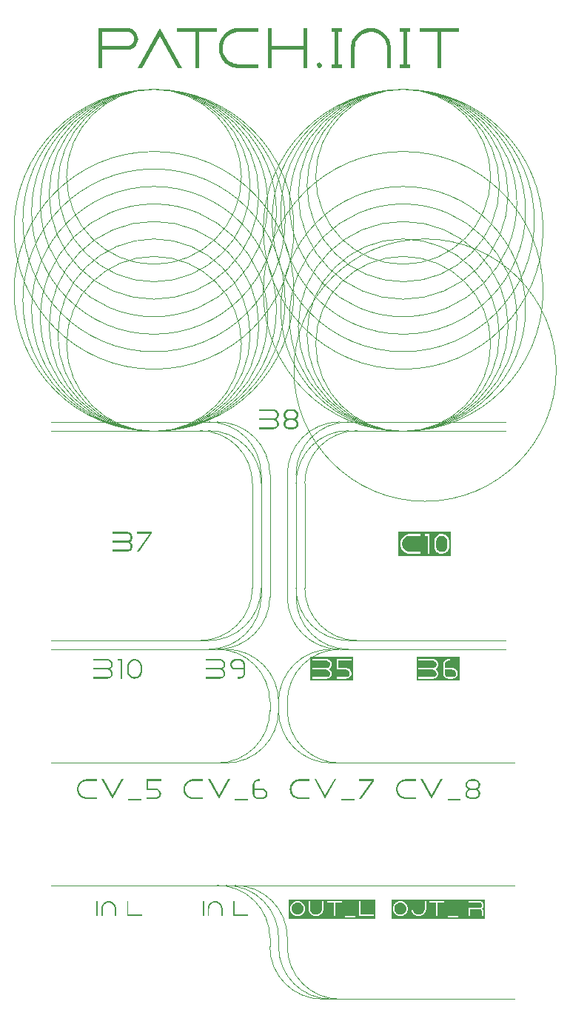
<source format=gbr>
G04 #@! TF.GenerationSoftware,KiCad,Pcbnew,8.0.0*
G04 #@! TF.CreationDate,2024-07-21T13:44:25+02:00*
G04 #@! TF.ProjectId,ES_Daisy_Patch_SM_FB_Rev1_panel,45535f44-6169-4737-995f-50617463685f,rev?*
G04 #@! TF.SameCoordinates,Original*
G04 #@! TF.FileFunction,Legend,Top*
G04 #@! TF.FilePolarity,Positive*
%FSLAX46Y46*%
G04 Gerber Fmt 4.6, Leading zero omitted, Abs format (unit mm)*
G04 Created by KiCad (PCBNEW 8.0.0) date 2024-07-21 13:44:25*
%MOMM*%
%LPD*%
G01*
G04 APERTURE LIST*
%ADD10C,0.120000*%
%ADD11C,0.300000*%
%ADD12C,0.800000*%
%ADD13C,0.400000*%
%ADD14C,0.150000*%
G04 APERTURE END LIST*
D10*
X59150372Y-110818000D02*
G75*
G02*
X53150372Y-116817972I-5999972J0D01*
G01*
X64150372Y-97818000D02*
G75*
G02*
X70150372Y-91817972I6000028J0D01*
G01*
X55150372Y-117818000D02*
G75*
G02*
X61150400Y-123818000I28J-6000000D01*
G01*
X63150372Y-123818000D02*
X63150372Y-124818000D01*
X62150372Y-123818000D02*
G75*
G02*
X68150372Y-117817972I6000028J0D01*
G01*
X55150372Y-144818000D02*
G75*
G02*
X61150400Y-150818000I28J-6000000D01*
G01*
X63150372Y-150818000D02*
X63150372Y-151818000D01*
X88401100Y-65787800D02*
G75*
G02*
X64401100Y-65787800I-12000000J0D01*
G01*
X64401100Y-65787800D02*
G75*
G02*
X88401100Y-65787800I12000000J0D01*
G01*
X55150372Y-91818000D02*
X36150372Y-91818000D01*
X70150372Y-92818000D02*
X88150372Y-92818000D01*
X70150372Y-116818000D02*
X88150372Y-116818000D01*
X63901100Y-69787800D02*
G75*
G02*
X31901100Y-69787800I-16000000J0D01*
G01*
X31901100Y-69787800D02*
G75*
G02*
X63901100Y-69787800I16000000J0D01*
G01*
X64150372Y-97818000D02*
X64150372Y-106818000D01*
X59150372Y-98818000D02*
X59150372Y-106818000D01*
X65150372Y-98818000D02*
G75*
G02*
X71150372Y-92817972I6000028J0D01*
G01*
X60150372Y-111818000D02*
G75*
G02*
X54150372Y-117817972I-5999972J0D01*
G01*
X90401100Y-67787800D02*
G75*
G02*
X62401100Y-67787800I-14000000J0D01*
G01*
X62401100Y-67787800D02*
G75*
G02*
X90401100Y-67787800I14000000J0D01*
G01*
X58901100Y-81897000D02*
G75*
G02*
X36901100Y-81897000I-11000000J0D01*
G01*
X36901100Y-81897000D02*
G75*
G02*
X58901100Y-81897000I11000000J0D01*
G01*
X55150372Y-117818000D02*
X36150372Y-117818000D01*
X54150372Y-92818000D02*
X36150372Y-92818000D01*
X67150372Y-157818000D02*
X89150372Y-157818000D01*
X62150372Y-123818000D02*
X62150372Y-124818000D01*
X91401100Y-68787800D02*
G75*
G02*
X61401100Y-68787800I-15000000J0D01*
G01*
X61401100Y-68787800D02*
G75*
G02*
X91401100Y-68787800I15000000J0D01*
G01*
X56150372Y-144818000D02*
G75*
G02*
X62150400Y-150818000I28J-6000000D01*
G01*
X55150372Y-91818000D02*
G75*
G02*
X61150400Y-97818000I28J-6000000D01*
G01*
X69150372Y-117818000D02*
X88150372Y-117818000D01*
X57150372Y-144818000D02*
G75*
G02*
X63150400Y-150818000I28J-6000000D01*
G01*
X60150372Y-111818000D02*
X60150372Y-102818000D01*
X61150372Y-124818000D02*
G75*
G02*
X55150372Y-130817972I-5999972J0D01*
G01*
X87401100Y-81897000D02*
G75*
G02*
X65401100Y-81897000I-11000000J0D01*
G01*
X65401100Y-81897000D02*
G75*
G02*
X87401100Y-81897000I11000000J0D01*
G01*
X61150372Y-111818000D02*
X61150372Y-102818000D01*
X92401100Y-69787800D02*
G75*
G02*
X60401100Y-69787800I-16000000J0D01*
G01*
X60401100Y-69787800D02*
G75*
G02*
X92401100Y-69787800I16000000J0D01*
G01*
X61901100Y-67787800D02*
G75*
G02*
X33901100Y-67787800I-14000000J0D01*
G01*
X33901100Y-67787800D02*
G75*
G02*
X61901100Y-67787800I14000000J0D01*
G01*
X61901100Y-78897000D02*
G75*
G02*
X33901100Y-78897000I-14000000J0D01*
G01*
X33901100Y-78897000D02*
G75*
G02*
X61901100Y-78897000I14000000J0D01*
G01*
X61150372Y-111818000D02*
G75*
G02*
X55150372Y-117817972I-5999972J0D01*
G01*
X54150372Y-91818000D02*
G75*
G02*
X60150400Y-97818000I28J-6000000D01*
G01*
X59901100Y-80897000D02*
G75*
G02*
X35901100Y-80897000I-12000000J0D01*
G01*
X35901100Y-80897000D02*
G75*
G02*
X59901100Y-80897000I12000000J0D01*
G01*
X59901100Y-65787800D02*
G75*
G02*
X35901100Y-65787800I-12000000J0D01*
G01*
X35901100Y-65787800D02*
G75*
G02*
X59901100Y-65787800I12000000J0D01*
G01*
X60901100Y-79897000D02*
G75*
G02*
X34901100Y-79897000I-13000000J0D01*
G01*
X34901100Y-79897000D02*
G75*
G02*
X60901100Y-79897000I13000000J0D01*
G01*
X69150372Y-130818000D02*
G75*
G02*
X63150400Y-124818000I28J6000000D01*
G01*
X65150372Y-110818000D02*
X65150372Y-102818000D01*
X60901100Y-66787800D02*
G75*
G02*
X34901100Y-66787800I-13000000J0D01*
G01*
X34901100Y-66787800D02*
G75*
G02*
X60901100Y-66787800I13000000J0D01*
G01*
X63901100Y-76897000D02*
G75*
G02*
X31901100Y-76897000I-16000000J0D01*
G01*
X31901100Y-76897000D02*
G75*
G02*
X63901100Y-76897000I16000000J0D01*
G01*
X63150372Y-97818000D02*
X63150372Y-106818000D01*
X62901100Y-77897000D02*
G75*
G02*
X32901100Y-77897000I-15000000J0D01*
G01*
X32901100Y-77897000D02*
G75*
G02*
X62901100Y-77897000I15000000J0D01*
G01*
X59150372Y-110818000D02*
X59150372Y-102818000D01*
X69150372Y-117818000D02*
G75*
G02*
X63150400Y-111818000I28J6000000D01*
G01*
X60150372Y-110818000D02*
G75*
G02*
X54150372Y-116817972I-5999972J0D01*
G01*
X56150372Y-130818000D02*
X36150372Y-130818000D01*
X64150372Y-111818000D02*
X64150372Y-102818000D01*
X70150372Y-117818000D02*
G75*
G02*
X64150400Y-111818000I28J6000000D01*
G01*
X68150372Y-157818000D02*
G75*
G02*
X62150400Y-151818000I28J6000000D01*
G01*
X63150372Y-97818000D02*
G75*
G02*
X69150372Y-91817972I6000028J0D01*
G01*
X61150372Y-97818000D02*
X61150372Y-106818000D01*
X54150372Y-116818000D02*
X36150372Y-116818000D01*
X57901100Y-63787800D02*
G75*
G02*
X37901100Y-63787800I-10000000J0D01*
G01*
X37901100Y-63787800D02*
G75*
G02*
X57901100Y-63787800I10000000J0D01*
G01*
X58901100Y-64787800D02*
G75*
G02*
X36901100Y-64787800I-11000000J0D01*
G01*
X36901100Y-64787800D02*
G75*
G02*
X58901100Y-64787800I11000000J0D01*
G01*
X89401100Y-79897000D02*
G75*
G02*
X63401100Y-79897000I-13000000J0D01*
G01*
X63401100Y-79897000D02*
G75*
G02*
X89401100Y-79897000I13000000J0D01*
G01*
X63150372Y-111818000D02*
X63150372Y-102818000D01*
X68150372Y-130818000D02*
X89150372Y-130818000D01*
X71150372Y-116818000D02*
G75*
G02*
X65150400Y-110818000I28J6000000D01*
G01*
X57901100Y-82897000D02*
G75*
G02*
X37901100Y-82897000I-10000000J0D01*
G01*
X37901100Y-82897000D02*
G75*
G02*
X57901100Y-82897000I10000000J0D01*
G01*
X62901100Y-68787800D02*
G75*
G02*
X32901100Y-68787800I-15000000J0D01*
G01*
X32901100Y-68787800D02*
G75*
G02*
X62901100Y-68787800I15000000J0D01*
G01*
X60150372Y-97818000D02*
X60150372Y-106818000D01*
X56150372Y-117818000D02*
G75*
G02*
X62150400Y-123818000I28J-6000000D01*
G01*
X93901100Y-85897000D02*
G75*
G02*
X63901100Y-85897000I-15000000J0D01*
G01*
X63901100Y-85897000D02*
G75*
G02*
X93901100Y-85897000I15000000J0D01*
G01*
X65150372Y-98818000D02*
X65150372Y-106818000D01*
X61150372Y-123818000D02*
X61150372Y-124818000D01*
X68150372Y-130818000D02*
G75*
G02*
X62150400Y-124818000I28J6000000D01*
G01*
X87401100Y-64787800D02*
G75*
G02*
X65401100Y-64787800I-11000000J0D01*
G01*
X65401100Y-64787800D02*
G75*
G02*
X87401100Y-64787800I11000000J0D01*
G01*
X61150372Y-150818000D02*
X61150372Y-151818000D01*
X64150372Y-98818000D02*
G75*
G02*
X70150372Y-92817972I6000028J0D01*
G01*
X70150372Y-116818000D02*
G75*
G02*
X64150400Y-110818000I28J6000000D01*
G01*
X36150372Y-144818000D02*
X89150372Y-144818000D01*
X69150372Y-91818000D02*
X88150372Y-91818000D01*
X86401100Y-63787800D02*
G75*
G02*
X66401100Y-63787800I-10000000J0D01*
G01*
X66401100Y-63787800D02*
G75*
G02*
X86401100Y-63787800I10000000J0D01*
G01*
X90401100Y-78897000D02*
G75*
G02*
X62401100Y-78897000I-14000000J0D01*
G01*
X62401100Y-78897000D02*
G75*
G02*
X90401100Y-78897000I14000000J0D01*
G01*
X67150372Y-157818000D02*
G75*
G02*
X61150400Y-151818000I28J6000000D01*
G01*
X89401100Y-66787800D02*
G75*
G02*
X63401100Y-66787800I-13000000J0D01*
G01*
X63401100Y-66787800D02*
G75*
G02*
X89401100Y-66787800I13000000J0D01*
G01*
X69150372Y-157818000D02*
G75*
G02*
X63150400Y-151818000I28J6000000D01*
G01*
X92401100Y-76897000D02*
G75*
G02*
X60401100Y-76897000I-16000000J0D01*
G01*
X60401100Y-76897000D02*
G75*
G02*
X92401100Y-76897000I16000000J0D01*
G01*
X62150372Y-124818000D02*
G75*
G02*
X56150372Y-130817972I-5999972J0D01*
G01*
X54150372Y-92818000D02*
G75*
G02*
X60150400Y-98818000I28J-6000000D01*
G01*
X63150372Y-123818000D02*
G75*
G02*
X69150372Y-117817972I6000028J0D01*
G01*
X53150372Y-92818000D02*
G75*
G02*
X59150400Y-98818000I28J-6000000D01*
G01*
X62150372Y-150818000D02*
X62150372Y-151818000D01*
X88401100Y-80897000D02*
G75*
G02*
X64401100Y-80897000I-12000000J0D01*
G01*
X64401100Y-80897000D02*
G75*
G02*
X88401100Y-80897000I12000000J0D01*
G01*
X86401100Y-82897000D02*
G75*
G02*
X66401100Y-82897000I-10000000J0D01*
G01*
X66401100Y-82897000D02*
G75*
G02*
X86401100Y-82897000I10000000J0D01*
G01*
D11*
G36*
X64430942Y-146769084D02*
G01*
X64530804Y-146792135D01*
X64624464Y-146829138D01*
X64710771Y-146878937D01*
X64788574Y-146940374D01*
X64856725Y-147012291D01*
X64914071Y-147093531D01*
X64959464Y-147182937D01*
X64991753Y-147279352D01*
X65009789Y-147381617D01*
X65013326Y-147452473D01*
X65005432Y-147558089D01*
X64982517Y-147658609D01*
X64945732Y-147752876D01*
X64896227Y-147839735D01*
X64835151Y-147918031D01*
X64763656Y-147986608D01*
X64682890Y-148044309D01*
X64594004Y-148089981D01*
X64498149Y-148122466D01*
X64396474Y-148140610D01*
X64326026Y-148144168D01*
X64221111Y-148136227D01*
X64121248Y-148113174D01*
X64027588Y-148076165D01*
X63941281Y-148026355D01*
X63863478Y-147964900D01*
X63795328Y-147892955D01*
X63737981Y-147811677D01*
X63692588Y-147722220D01*
X63660299Y-147625740D01*
X63642264Y-147523393D01*
X63638727Y-147452473D01*
X63646621Y-147346950D01*
X63669535Y-147246506D01*
X63706320Y-147152299D01*
X63755825Y-147065487D01*
X63816901Y-146987226D01*
X63888397Y-146918673D01*
X63969162Y-146860987D01*
X64058048Y-146815325D01*
X64153903Y-146782844D01*
X64255578Y-146764701D01*
X64326026Y-146761143D01*
X64430942Y-146769084D01*
G37*
G36*
X73184685Y-148616017D02*
G01*
X63307562Y-148616017D01*
X63307562Y-147452473D01*
X63474229Y-147452473D01*
X63478643Y-147539786D01*
X63491596Y-147624622D01*
X63512652Y-147706543D01*
X63541377Y-147785114D01*
X63577336Y-147859901D01*
X63620095Y-147930468D01*
X63669219Y-147996381D01*
X63724273Y-148057203D01*
X63784822Y-148112499D01*
X63850432Y-148161835D01*
X63920669Y-148204774D01*
X63995096Y-148240883D01*
X64073280Y-148269725D01*
X64154787Y-148290865D01*
X64239180Y-148303868D01*
X64326026Y-148308300D01*
X64412812Y-148303868D01*
X64497160Y-148290865D01*
X64578636Y-148269725D01*
X64656802Y-148240883D01*
X64731221Y-148204774D01*
X64801459Y-148161835D01*
X64867078Y-148112499D01*
X64927642Y-148057203D01*
X64982715Y-147996381D01*
X65031861Y-147930468D01*
X65074642Y-147859901D01*
X65110624Y-147785114D01*
X65139369Y-147706543D01*
X65160442Y-147624622D01*
X65173405Y-147539786D01*
X65177823Y-147452473D01*
X65173405Y-147365223D01*
X65160442Y-147280445D01*
X65139369Y-147198572D01*
X65110624Y-147120043D01*
X65074642Y-147045291D01*
X65031861Y-146974754D01*
X64982715Y-146908866D01*
X64927642Y-146848063D01*
X64867078Y-146792782D01*
X64801459Y-146743458D01*
X64731221Y-146700526D01*
X64656802Y-146664423D01*
X64578636Y-146635584D01*
X64497160Y-146614446D01*
X64412812Y-146601443D01*
X64326026Y-146597012D01*
X64239180Y-146601443D01*
X64154787Y-146614446D01*
X64073280Y-146635584D01*
X63995096Y-146664423D01*
X63920669Y-146700526D01*
X63850432Y-146743458D01*
X63784822Y-146792782D01*
X63724273Y-146848063D01*
X63669219Y-146908866D01*
X63620095Y-146974754D01*
X63577336Y-147045291D01*
X63541377Y-147120043D01*
X63512652Y-147198572D01*
X63491596Y-147280445D01*
X63478643Y-147365223D01*
X63474229Y-147452473D01*
X63307562Y-147452473D01*
X63307562Y-146596646D01*
X65574229Y-146596646D01*
X65574229Y-147452839D01*
X65578643Y-147540088D01*
X65591596Y-147624867D01*
X65612652Y-147706739D01*
X65641377Y-147785269D01*
X65677336Y-147860020D01*
X65720095Y-147930558D01*
X65769219Y-147996446D01*
X65824273Y-148057248D01*
X65884822Y-148112530D01*
X65950432Y-148161854D01*
X66020669Y-148204785D01*
X66095096Y-148240888D01*
X66173280Y-148269727D01*
X66254787Y-148290866D01*
X66339180Y-148303868D01*
X66426026Y-148308300D01*
X66512812Y-148303868D01*
X66597160Y-148290866D01*
X66678636Y-148269727D01*
X66756802Y-148240888D01*
X66831221Y-148204785D01*
X66901459Y-148161854D01*
X66967078Y-148112530D01*
X67027642Y-148057248D01*
X67082715Y-147996446D01*
X67131861Y-147930558D01*
X67174642Y-147860020D01*
X67210624Y-147785269D01*
X67239369Y-147706739D01*
X67260442Y-147624867D01*
X67273405Y-147540088D01*
X67277823Y-147452839D01*
X67277823Y-146597012D01*
X67674229Y-146597012D01*
X67674229Y-146761143D01*
X68443594Y-146761143D01*
X68443594Y-148308300D01*
X68608092Y-148308300D01*
X68608092Y-148284852D01*
X69774229Y-148284852D01*
X69774229Y-148449350D01*
X70919850Y-148449350D01*
X70919118Y-148284852D01*
X69774229Y-148284852D01*
X68608092Y-148284852D01*
X68608092Y-146761143D01*
X69377823Y-146761143D01*
X69377823Y-146597012D01*
X67674229Y-146597012D01*
X67277823Y-146597012D01*
X67277823Y-146596646D01*
X71314425Y-146596646D01*
X71314425Y-148155892D01*
X71314425Y-148188498D01*
X71314425Y-148308300D01*
X72550904Y-148308300D01*
X73018018Y-148308300D01*
X73018018Y-148144168D01*
X72879899Y-148144168D01*
X72550904Y-148144168D01*
X71478922Y-148144168D01*
X71478922Y-146596646D01*
X71314425Y-146596646D01*
X67277823Y-146596646D01*
X67113326Y-146596646D01*
X67113326Y-147452839D01*
X67105432Y-147558362D01*
X67082517Y-147658805D01*
X67045732Y-147753012D01*
X66996227Y-147839825D01*
X66935151Y-147918086D01*
X66863656Y-147986638D01*
X66782890Y-148044324D01*
X66694004Y-148089986D01*
X66598149Y-148122468D01*
X66496474Y-148140610D01*
X66426026Y-148144168D01*
X66321111Y-148136227D01*
X66221248Y-148113177D01*
X66127588Y-148076173D01*
X66041281Y-148026374D01*
X65963478Y-147964938D01*
X65895328Y-147893021D01*
X65837981Y-147811780D01*
X65792588Y-147722374D01*
X65760299Y-147625960D01*
X65742264Y-147523695D01*
X65738727Y-147452839D01*
X65738727Y-146596646D01*
X65574229Y-146596646D01*
X63307562Y-146596646D01*
X63307562Y-146429979D01*
X73184685Y-146429979D01*
X73184685Y-148616017D01*
G37*
D12*
G36*
X45090712Y-46807890D02*
G01*
X45323851Y-46881040D01*
X45535352Y-46996689D01*
X45720028Y-47149707D01*
X45872694Y-47334966D01*
X45988161Y-47547335D01*
X46061245Y-47781686D01*
X46086759Y-48032890D01*
X46061245Y-48283813D01*
X45988161Y-48518032D01*
X45872694Y-48730384D01*
X45720028Y-48915705D01*
X45535352Y-49068832D01*
X45323851Y-49184601D01*
X45090712Y-49257849D01*
X44841121Y-49283413D01*
X41982502Y-49283413D01*
X41982502Y-51345800D01*
X41543842Y-51345800D01*
X41543842Y-47220049D01*
X41982502Y-47220049D01*
X41982502Y-48844753D01*
X44841121Y-48844753D01*
X45003387Y-48808090D01*
X45200352Y-48705597D01*
X45365182Y-48578012D01*
X45508554Y-48419028D01*
X45609762Y-48235151D01*
X45648099Y-48032890D01*
X45622923Y-47828607D01*
X45551451Y-47643927D01*
X45413137Y-47456843D01*
X45227425Y-47317466D01*
X45044040Y-47245428D01*
X44841121Y-47220049D01*
X41982502Y-47220049D01*
X41543842Y-47220049D01*
X41543842Y-46782366D01*
X44841121Y-46782366D01*
X45090712Y-46807890D01*
G37*
G36*
X45998832Y-51345800D02*
G01*
X46528350Y-51345800D01*
X48570220Y-47711466D01*
X50612091Y-51344823D01*
X51142586Y-51345800D01*
X48570220Y-46748172D01*
X45998832Y-51345800D01*
G37*
G36*
X50551518Y-47220049D02*
G01*
X52603158Y-47220049D01*
X52603158Y-51345800D01*
X53041818Y-51345800D01*
X53041818Y-47220049D01*
X55094435Y-47220049D01*
X55094435Y-46782366D01*
X50551518Y-46782366D01*
X50551518Y-47220049D01*
G37*
G36*
X55311323Y-49063594D02*
G01*
X55323094Y-49296431D01*
X55357634Y-49522658D01*
X55413783Y-49741114D01*
X55490383Y-49950639D01*
X55586275Y-50150071D01*
X55700299Y-50338250D01*
X55831295Y-50514016D01*
X55978106Y-50676208D01*
X56139571Y-50823665D01*
X56314531Y-50955227D01*
X56501828Y-51069732D01*
X56700301Y-51166021D01*
X56908793Y-51242933D01*
X57126143Y-51299307D01*
X57351192Y-51333983D01*
X57582781Y-51345800D01*
X59854240Y-51345800D01*
X59854240Y-50908116D01*
X57582781Y-50908116D01*
X57303007Y-50886940D01*
X57036706Y-50825465D01*
X56786947Y-50726774D01*
X56556795Y-50593948D01*
X56349319Y-50430067D01*
X56167586Y-50238215D01*
X56014661Y-50021472D01*
X55893613Y-49782920D01*
X55807508Y-49525641D01*
X55759414Y-49252715D01*
X55749983Y-49063594D01*
X55771033Y-48782200D01*
X55832138Y-48514351D01*
X55930231Y-48263133D01*
X56062246Y-48031632D01*
X56225114Y-47822936D01*
X56415769Y-47640130D01*
X56631145Y-47486300D01*
X56868173Y-47364534D01*
X57123787Y-47277918D01*
X57394919Y-47229537D01*
X57582781Y-47220049D01*
X59854240Y-47220049D01*
X59854240Y-46782366D01*
X57582781Y-46782366D01*
X57351192Y-46794182D01*
X57126143Y-46828856D01*
X56908793Y-46885226D01*
X56700301Y-46962129D01*
X56501828Y-47058403D01*
X56314531Y-47172888D01*
X56139571Y-47304419D01*
X55978106Y-47451836D01*
X55831295Y-47613976D01*
X55700299Y-47789677D01*
X55586275Y-47977777D01*
X55490383Y-48177115D01*
X55413783Y-48386527D01*
X55357634Y-48604853D01*
X55323094Y-48830929D01*
X55311323Y-49063594D01*
G37*
G36*
X65015580Y-48845730D02*
G01*
X61349983Y-48845730D01*
X61349983Y-46781389D01*
X60911323Y-46781389D01*
X60911323Y-51345800D01*
X61349983Y-51345800D01*
X61349983Y-49283413D01*
X65015580Y-49283413D01*
X65015580Y-51345800D01*
X65454240Y-51345800D01*
X65454240Y-46781389D01*
X65015580Y-46781389D01*
X65015580Y-48845730D01*
G37*
G36*
X66511323Y-51034146D02*
G01*
X66584206Y-51230691D01*
X66762275Y-51339300D01*
X66823954Y-51345800D01*
X67009020Y-51282685D01*
X67126457Y-51110670D01*
X67136585Y-51034146D01*
X67073117Y-50848660D01*
X66900543Y-50731582D01*
X66823954Y-50721515D01*
X66638888Y-50784695D01*
X66521451Y-50957231D01*
X66511323Y-51034146D01*
G37*
G36*
X69380688Y-47220049D02*
G01*
X69380688Y-46782366D01*
X68189760Y-46782366D01*
X68189760Y-47220049D01*
X68565894Y-47220049D01*
X68565894Y-50908116D01*
X68189760Y-50908116D01*
X68189760Y-51345800D01*
X69380688Y-51345800D01*
X69380688Y-50908116D01*
X69004554Y-50908116D01*
X69004554Y-47220049D01*
X69380688Y-47220049D01*
G37*
G36*
X72706298Y-46782366D02*
G01*
X72474709Y-46794171D01*
X72249660Y-46828814D01*
X72032310Y-46885136D01*
X71823819Y-46961976D01*
X71625345Y-47058177D01*
X71438048Y-47172578D01*
X71263088Y-47304022D01*
X71101623Y-47451347D01*
X70954813Y-47613396D01*
X70823816Y-47789009D01*
X70709792Y-47977027D01*
X70613901Y-48176291D01*
X70537300Y-48385641D01*
X70481151Y-48603918D01*
X70446611Y-48829963D01*
X70434840Y-49062617D01*
X70434840Y-51345800D01*
X70873500Y-51345800D01*
X70873500Y-49062617D01*
X70894550Y-48781473D01*
X70955655Y-48513827D01*
X71053748Y-48262770D01*
X71185763Y-48031394D01*
X71348631Y-47822789D01*
X71539286Y-47640048D01*
X71754662Y-47486261D01*
X71991690Y-47364519D01*
X72247304Y-47277914D01*
X72518436Y-47229537D01*
X72706298Y-47220049D01*
X72986073Y-47241224D01*
X73252374Y-47302687D01*
X73502133Y-47401348D01*
X73732284Y-47534115D01*
X73939760Y-47697897D01*
X74121494Y-47889603D01*
X74274419Y-48106141D01*
X74395467Y-48344421D01*
X74481571Y-48601351D01*
X74529666Y-48873841D01*
X74539097Y-49062617D01*
X74539097Y-51345800D01*
X74977757Y-51345800D01*
X74977757Y-49062617D01*
X74965975Y-48829963D01*
X74931406Y-48603918D01*
X74875213Y-48385641D01*
X74798559Y-48176291D01*
X74702608Y-47977027D01*
X74588524Y-47789009D01*
X74457469Y-47613396D01*
X74310608Y-47451347D01*
X74149103Y-47304022D01*
X73974119Y-47172578D01*
X73786819Y-47058177D01*
X73588366Y-46961976D01*
X73379924Y-46885136D01*
X73162657Y-46828814D01*
X72937727Y-46794171D01*
X72706298Y-46782366D01*
G37*
G36*
X77223814Y-47220049D02*
G01*
X77223814Y-46782366D01*
X76032886Y-46782366D01*
X76032886Y-47220049D01*
X76409020Y-47220049D01*
X76409020Y-50908116D01*
X76032886Y-50908116D01*
X76032886Y-51345800D01*
X77223814Y-51345800D01*
X77223814Y-50908116D01*
X76847680Y-50908116D01*
X76847680Y-47220049D01*
X77223814Y-47220049D01*
G37*
G36*
X78277966Y-47220049D02*
G01*
X80329606Y-47220049D01*
X80329606Y-51345800D01*
X80768266Y-51345800D01*
X80768266Y-47220049D01*
X82820883Y-47220049D01*
X82820883Y-46782366D01*
X78277966Y-46782366D01*
X78277966Y-47220049D01*
G37*
D13*
G36*
X45163696Y-105506897D02*
G01*
X45245311Y-105442967D01*
X45316049Y-105360426D01*
X45372761Y-105262402D01*
X45412297Y-105152027D01*
X45429851Y-105052871D01*
X45432851Y-104991056D01*
X45420094Y-104865615D01*
X45383552Y-104748561D01*
X45325819Y-104642463D01*
X45249486Y-104549892D01*
X45157148Y-104473419D01*
X45051397Y-104415612D01*
X44934828Y-104379044D01*
X44810032Y-104366283D01*
X43161393Y-104366283D01*
X43161393Y-104585124D01*
X44810032Y-104585124D01*
X44911492Y-104597812D01*
X45003184Y-104633818D01*
X45096040Y-104703460D01*
X45165197Y-104796904D01*
X45200933Y-104889110D01*
X45213521Y-104991056D01*
X45200937Y-105093225D01*
X45165227Y-105185901D01*
X45109455Y-105266391D01*
X45036684Y-105331999D01*
X44949977Y-105380031D01*
X44852398Y-105407794D01*
X44811009Y-105412619D01*
X44709541Y-105399331D01*
X44595540Y-105397465D01*
X44496451Y-105397047D01*
X44387003Y-105396988D01*
X44244889Y-105397000D01*
X44145042Y-105397020D01*
X44042821Y-105397048D01*
X43939687Y-105397082D01*
X43837105Y-105397121D01*
X43736537Y-105397164D01*
X43592665Y-105397232D01*
X43461556Y-105397300D01*
X43348150Y-105397363D01*
X43233015Y-105397431D01*
X43161393Y-105397476D01*
X43161393Y-105616318D01*
X44810521Y-105616318D01*
X44911785Y-105629170D01*
X45003343Y-105665243D01*
X45096101Y-105734898D01*
X45165212Y-105828355D01*
X45200935Y-105920627D01*
X45213521Y-106022738D01*
X45200933Y-106124879D01*
X45165197Y-106217219D01*
X45096040Y-106310761D01*
X45003184Y-106380449D01*
X44911492Y-106416468D01*
X44810032Y-106429158D01*
X43161393Y-106429158D01*
X43161393Y-106648000D01*
X44810032Y-106648000D01*
X44934828Y-106635237D01*
X45051397Y-106598655D01*
X45157148Y-106540812D01*
X45249486Y-106464268D01*
X45325819Y-106371581D01*
X45383552Y-106265309D01*
X45420094Y-106148012D01*
X45432851Y-106022249D01*
X45424640Y-105920315D01*
X45401221Y-105823637D01*
X45355609Y-105717129D01*
X45293872Y-105623965D01*
X45219159Y-105547293D01*
X45163696Y-105506897D01*
G37*
G36*
X45961393Y-104366283D02*
G01*
X45961393Y-104585124D01*
X47396564Y-104585124D01*
X45946738Y-106648000D01*
X46215405Y-106648000D01*
X47672558Y-104574378D01*
X47672558Y-104366283D01*
X45961393Y-104366283D01*
G37*
G36*
X61912968Y-91506897D02*
G01*
X61994583Y-91442967D01*
X62065321Y-91360426D01*
X62122033Y-91262402D01*
X62161569Y-91152027D01*
X62179123Y-91052871D01*
X62182123Y-90991056D01*
X62169366Y-90865615D01*
X62132824Y-90748561D01*
X62075091Y-90642463D01*
X61998758Y-90549892D01*
X61906420Y-90473419D01*
X61800669Y-90415612D01*
X61684100Y-90379044D01*
X61559304Y-90366283D01*
X59910665Y-90366283D01*
X59910665Y-90585124D01*
X61559304Y-90585124D01*
X61660764Y-90597812D01*
X61752456Y-90633818D01*
X61845312Y-90703460D01*
X61914469Y-90796904D01*
X61950205Y-90889110D01*
X61962793Y-90991056D01*
X61950209Y-91093225D01*
X61914499Y-91185901D01*
X61858727Y-91266391D01*
X61785956Y-91331999D01*
X61699249Y-91380031D01*
X61601670Y-91407794D01*
X61560281Y-91412619D01*
X61458813Y-91399331D01*
X61344812Y-91397465D01*
X61245723Y-91397047D01*
X61136275Y-91396988D01*
X60994161Y-91397000D01*
X60894314Y-91397020D01*
X60792093Y-91397048D01*
X60688959Y-91397082D01*
X60586377Y-91397121D01*
X60485809Y-91397164D01*
X60341937Y-91397232D01*
X60210828Y-91397300D01*
X60097422Y-91397363D01*
X59982287Y-91397431D01*
X59910665Y-91397476D01*
X59910665Y-91616318D01*
X61559793Y-91616318D01*
X61661057Y-91629170D01*
X61752615Y-91665243D01*
X61845373Y-91734898D01*
X61914484Y-91828355D01*
X61950207Y-91920627D01*
X61962793Y-92022738D01*
X61950205Y-92124879D01*
X61914469Y-92217219D01*
X61845312Y-92310761D01*
X61752456Y-92380449D01*
X61660764Y-92416468D01*
X61559304Y-92429158D01*
X59910665Y-92429158D01*
X59910665Y-92648000D01*
X61559304Y-92648000D01*
X61684100Y-92635237D01*
X61800669Y-92598655D01*
X61906420Y-92540812D01*
X61998758Y-92464268D01*
X62075091Y-92371581D01*
X62132824Y-92265309D01*
X62169366Y-92148012D01*
X62182123Y-92022249D01*
X62173912Y-91920315D01*
X62150493Y-91823637D01*
X62104881Y-91717129D01*
X62043144Y-91623965D01*
X61968431Y-91547293D01*
X61912968Y-91506897D01*
G37*
G36*
X63924805Y-90379084D02*
G01*
X64041430Y-90415750D01*
X64147258Y-90473676D01*
X64239686Y-90550259D01*
X64316108Y-90642893D01*
X64373920Y-90748973D01*
X64410518Y-90865896D01*
X64423296Y-90991056D01*
X64420272Y-91052758D01*
X64402588Y-91151821D01*
X64362807Y-91262200D01*
X64305825Y-91360297D01*
X64234868Y-91442925D01*
X64153163Y-91506897D01*
X64208605Y-91547313D01*
X64283227Y-91624063D01*
X64344833Y-91717312D01*
X64390313Y-91823853D01*
X64413651Y-91920478D01*
X64421830Y-92022249D01*
X64409092Y-92148012D01*
X64372592Y-92265309D01*
X64314900Y-92371581D01*
X64238587Y-92464268D01*
X64146222Y-92540812D01*
X64040376Y-92598655D01*
X63923620Y-92635237D01*
X63798522Y-92648000D01*
X63333973Y-92648000D01*
X63209156Y-92635198D01*
X63092531Y-92598525D01*
X62986702Y-92540580D01*
X62894274Y-92463963D01*
X62817852Y-92371270D01*
X62760040Y-92265103D01*
X62723443Y-92148059D01*
X62710665Y-92022738D01*
X62930483Y-92022738D01*
X62943071Y-92124879D01*
X62978807Y-92217219D01*
X63047964Y-92310761D01*
X63140820Y-92380449D01*
X63232513Y-92416468D01*
X63333973Y-92429158D01*
X63799988Y-92429158D01*
X63901416Y-92416468D01*
X63993027Y-92380449D01*
X64085752Y-92310761D01*
X64154778Y-92217219D01*
X64190433Y-92124879D01*
X64202989Y-92022738D01*
X64190499Y-91920822D01*
X64155020Y-91828685D01*
X64086302Y-91735325D01*
X63993936Y-91665716D01*
X63902622Y-91629657D01*
X63801453Y-91616806D01*
X63332019Y-91616806D01*
X63231013Y-91629657D01*
X63139752Y-91665716D01*
X63047354Y-91735325D01*
X62978551Y-91828685D01*
X62943003Y-91920822D01*
X62930483Y-92022738D01*
X62710665Y-92022738D01*
X62713676Y-91961059D01*
X62731288Y-91862110D01*
X62770913Y-91751910D01*
X62827682Y-91653926D01*
X62898387Y-91571231D01*
X62979820Y-91506897D01*
X62924518Y-91466220D01*
X62849973Y-91389396D01*
X62788334Y-91296299D01*
X62742769Y-91189960D01*
X62719363Y-91093419D01*
X62711153Y-90991545D01*
X62930483Y-90991545D01*
X62943003Y-91093267D01*
X62978551Y-91185283D01*
X63047354Y-91278591D01*
X63139752Y-91348251D01*
X63231013Y-91384432D01*
X63332019Y-91397476D01*
X63801453Y-91397476D01*
X63902654Y-91384432D01*
X63994049Y-91348251D01*
X64086546Y-91278591D01*
X64155395Y-91185283D01*
X64190955Y-91093267D01*
X64203477Y-90991545D01*
X64190889Y-90889435D01*
X64155153Y-90797176D01*
X64085996Y-90703765D01*
X63993140Y-90634208D01*
X63901448Y-90598270D01*
X63799988Y-90585613D01*
X63333973Y-90585613D01*
X63232513Y-90598269D01*
X63140820Y-90634193D01*
X63047964Y-90703704D01*
X62978807Y-90797018D01*
X62943071Y-90889142D01*
X62930483Y-90991056D01*
X62930483Y-90991545D01*
X62711153Y-90991545D01*
X62723890Y-90865943D01*
X62760383Y-90748767D01*
X62818057Y-90642583D01*
X62894335Y-90549953D01*
X62986642Y-90473444D01*
X63092401Y-90415620D01*
X63209037Y-90379045D01*
X63333973Y-90366283D01*
X63799988Y-90366283D01*
X63924805Y-90379084D01*
G37*
D14*
G36*
X51263543Y-133802228D02*
G01*
X51269322Y-133917425D01*
X51286287Y-134029266D01*
X51313875Y-134137188D01*
X51351524Y-134240629D01*
X51398672Y-134339027D01*
X51454759Y-134431820D01*
X51519222Y-134518444D01*
X51591500Y-134598338D01*
X51671030Y-134670939D01*
X51757252Y-134735685D01*
X51849603Y-134792012D01*
X51947522Y-134839360D01*
X52050447Y-134877165D01*
X52157816Y-134904865D01*
X52269068Y-134921897D01*
X52383641Y-134927700D01*
X53503738Y-134927700D01*
X53503738Y-134740121D01*
X52383641Y-134740121D01*
X52241900Y-134729298D01*
X52106802Y-134697897D01*
X51979941Y-134647519D01*
X51862911Y-134579765D01*
X51757305Y-134496236D01*
X51664718Y-134398534D01*
X51586743Y-134288259D01*
X51524974Y-134167013D01*
X51481006Y-134036396D01*
X51456431Y-133898011D01*
X51451610Y-133802228D01*
X51462369Y-133659678D01*
X51493586Y-133523806D01*
X51543665Y-133396216D01*
X51611013Y-133278511D01*
X51694035Y-133172295D01*
X51791139Y-133079171D01*
X51900730Y-133000744D01*
X52021215Y-132938616D01*
X52150998Y-132894392D01*
X52288487Y-132869674D01*
X52383641Y-132864824D01*
X53503738Y-132864824D01*
X53503738Y-132677246D01*
X52383641Y-132677246D01*
X52269068Y-132683048D01*
X52157816Y-132700080D01*
X52050447Y-132727777D01*
X51947522Y-132765578D01*
X51849603Y-132812918D01*
X51757252Y-132869235D01*
X51671030Y-132933966D01*
X51591500Y-133006546D01*
X51519222Y-133086414D01*
X51454759Y-133173006D01*
X51398672Y-133265759D01*
X51351524Y-133364110D01*
X51313875Y-133467496D01*
X51286287Y-133575353D01*
X51269322Y-133687118D01*
X51263543Y-133802228D01*
G37*
G36*
X55322370Y-134519325D02*
G01*
X54292643Y-132677734D01*
X54063543Y-132676757D01*
X55322370Y-134927700D01*
X56581687Y-132676757D01*
X56352587Y-132676757D01*
X55322370Y-134519325D01*
G37*
G36*
X57139049Y-135115766D02*
G01*
X58635280Y-135115766D01*
X58634303Y-134927700D01*
X57139049Y-134927700D01*
X57139049Y-135115766D01*
G37*
G36*
X60032350Y-132864824D02*
G01*
X59799830Y-132864824D01*
X59757047Y-132867010D01*
X59655891Y-132890499D01*
X59565681Y-132937055D01*
X59489737Y-133003326D01*
X59431380Y-133085955D01*
X59393931Y-133181590D01*
X59380710Y-133286876D01*
X59380710Y-133708439D01*
X60265357Y-133708439D01*
X60387798Y-133720790D01*
X60501807Y-133756227D01*
X60604951Y-133812329D01*
X60694797Y-133886675D01*
X60768912Y-133976844D01*
X60824864Y-134080413D01*
X60860219Y-134194962D01*
X60872545Y-134318069D01*
X60860219Y-134441176D01*
X60824864Y-134555725D01*
X60768912Y-134659295D01*
X60694797Y-134749463D01*
X60604951Y-134823809D01*
X60501807Y-134879912D01*
X60387798Y-134915349D01*
X60265357Y-134927700D01*
X59799342Y-134927700D01*
X59677062Y-134915349D01*
X59563174Y-134879912D01*
X59460117Y-134823809D01*
X59370329Y-134749463D01*
X59296249Y-134659295D01*
X59240316Y-134555725D01*
X59204967Y-134441176D01*
X59192643Y-134318069D01*
X59192643Y-133896506D01*
X59380710Y-133896506D01*
X59380710Y-134318069D01*
X59382873Y-134361127D01*
X59406129Y-134462955D01*
X59452245Y-134553790D01*
X59517923Y-134630279D01*
X59599864Y-134689066D01*
X59694769Y-134726798D01*
X59799342Y-134740121D01*
X60265357Y-134740121D01*
X60308141Y-134737936D01*
X60409297Y-134714447D01*
X60499507Y-134667890D01*
X60575451Y-134601620D01*
X60633808Y-134518990D01*
X60671257Y-134423355D01*
X60684478Y-134318069D01*
X60682309Y-134275017D01*
X60658999Y-134173243D01*
X60612788Y-134082503D01*
X60546998Y-134006127D01*
X60464949Y-133947448D01*
X60369962Y-133909797D01*
X60265357Y-133896506D01*
X59380710Y-133896506D01*
X59192643Y-133896506D01*
X59192643Y-133286876D01*
X59204967Y-133163769D01*
X59240316Y-133049220D01*
X59296249Y-132945651D01*
X59370329Y-132855482D01*
X59460117Y-132781136D01*
X59563174Y-132725034D01*
X59677062Y-132689596D01*
X59799342Y-132677246D01*
X60032350Y-132677246D01*
X60032350Y-132864824D01*
G37*
G36*
X75596843Y-133802228D02*
G01*
X75602622Y-133917425D01*
X75619587Y-134029266D01*
X75647175Y-134137188D01*
X75684824Y-134240629D01*
X75731972Y-134339027D01*
X75788059Y-134431820D01*
X75852522Y-134518444D01*
X75924800Y-134598338D01*
X76004330Y-134670939D01*
X76090552Y-134735685D01*
X76182903Y-134792012D01*
X76280822Y-134839360D01*
X76383747Y-134877165D01*
X76491116Y-134904865D01*
X76602368Y-134921897D01*
X76716941Y-134927700D01*
X77837038Y-134927700D01*
X77837038Y-134740121D01*
X76716941Y-134740121D01*
X76575200Y-134729298D01*
X76440102Y-134697897D01*
X76313241Y-134647519D01*
X76196211Y-134579765D01*
X76090605Y-134496236D01*
X75998018Y-134398534D01*
X75920043Y-134288259D01*
X75858274Y-134167013D01*
X75814306Y-134036396D01*
X75789731Y-133898011D01*
X75784910Y-133802228D01*
X75795669Y-133659678D01*
X75826886Y-133523806D01*
X75876965Y-133396216D01*
X75944313Y-133278511D01*
X76027335Y-133172295D01*
X76124439Y-133079171D01*
X76234030Y-133000744D01*
X76354515Y-132938616D01*
X76484298Y-132894392D01*
X76621787Y-132869674D01*
X76716941Y-132864824D01*
X77837038Y-132864824D01*
X77837038Y-132677246D01*
X76716941Y-132677246D01*
X76602368Y-132683048D01*
X76491116Y-132700080D01*
X76383747Y-132727777D01*
X76280822Y-132765578D01*
X76182903Y-132812918D01*
X76090552Y-132869235D01*
X76004330Y-132933966D01*
X75924800Y-133006546D01*
X75852522Y-133086414D01*
X75788059Y-133173006D01*
X75731972Y-133265759D01*
X75684824Y-133364110D01*
X75647175Y-133467496D01*
X75619587Y-133575353D01*
X75602622Y-133687118D01*
X75596843Y-133802228D01*
G37*
G36*
X79655670Y-134519325D02*
G01*
X78625943Y-132677734D01*
X78396843Y-132676757D01*
X79655670Y-134927700D01*
X80914987Y-132676757D01*
X80685887Y-132676757D01*
X79655670Y-134519325D01*
G37*
G36*
X81472349Y-135115766D02*
G01*
X82968580Y-135115766D01*
X82967603Y-134927700D01*
X81472349Y-134927700D01*
X81472349Y-135115766D01*
G37*
G36*
X84721956Y-132689636D02*
G01*
X84835954Y-132725163D01*
X84939168Y-132781368D01*
X85029135Y-132855787D01*
X85103395Y-132945961D01*
X85159485Y-133049426D01*
X85194944Y-133163722D01*
X85207310Y-133286388D01*
X85204368Y-133346805D01*
X85186931Y-133443718D01*
X85146898Y-133552076D01*
X85088099Y-133649532D01*
X85012736Y-133733708D01*
X84923012Y-133802228D01*
X84969495Y-133834383D01*
X85052068Y-133911018D01*
X85119043Y-134002091D01*
X85168333Y-134105207D01*
X85197853Y-134217971D01*
X85205845Y-134317581D01*
X85193518Y-134440849D01*
X85158156Y-134555519D01*
X85102187Y-134659175D01*
X85028036Y-134749402D01*
X84938132Y-134823784D01*
X84834901Y-134879904D01*
X84720771Y-134915348D01*
X84598169Y-134927700D01*
X84133619Y-134927700D01*
X84011297Y-134915309D01*
X83897299Y-134879774D01*
X83794085Y-134823552D01*
X83704118Y-134749097D01*
X83629858Y-134658865D01*
X83573768Y-134555313D01*
X83538309Y-134440896D01*
X83525943Y-134318069D01*
X83714498Y-134318069D01*
X83716667Y-134361127D01*
X83739977Y-134462955D01*
X83786188Y-134553790D01*
X83851978Y-134630279D01*
X83934027Y-134689066D01*
X84029014Y-134726798D01*
X84133619Y-134740121D01*
X84599634Y-134740121D01*
X84642412Y-134737936D01*
X84743514Y-134714447D01*
X84833629Y-134667890D01*
X84909461Y-134601620D01*
X84967709Y-134518990D01*
X85005077Y-134423355D01*
X85018266Y-134318069D01*
X85016114Y-134275103D01*
X84992972Y-134173494D01*
X84947066Y-134082846D01*
X84881661Y-134006492D01*
X84800022Y-133947763D01*
X84705413Y-133909990D01*
X84601100Y-133896506D01*
X84131665Y-133896506D01*
X84089064Y-133898772D01*
X83988356Y-133922371D01*
X83898563Y-133968926D01*
X83822982Y-134035105D01*
X83764912Y-134117577D01*
X83727651Y-134213009D01*
X83714498Y-134318069D01*
X83525943Y-134318069D01*
X83528872Y-134257675D01*
X83546230Y-134160876D01*
X83586074Y-134052696D01*
X83644582Y-133955354D01*
X83719550Y-133871112D01*
X83808776Y-133802228D01*
X83762530Y-133769860D01*
X83680240Y-133693097D01*
X83613354Y-133602149D01*
X83564037Y-133499239D01*
X83534451Y-133386589D01*
X83526431Y-133286876D01*
X83714498Y-133286876D01*
X83716655Y-133329757D01*
X83739847Y-133431201D01*
X83785827Y-133521756D01*
X83851298Y-133598089D01*
X83932959Y-133656868D01*
X84027515Y-133694762D01*
X84131665Y-133708439D01*
X84601100Y-133708439D01*
X84643786Y-133706088D01*
X84744664Y-133682324D01*
X84834571Y-133635676D01*
X84910221Y-133569475D01*
X84968326Y-133487054D01*
X85005600Y-133391744D01*
X85018755Y-133286876D01*
X85016586Y-133243824D01*
X84993276Y-133142050D01*
X84947065Y-133051310D01*
X84881275Y-132974934D01*
X84799226Y-132916254D01*
X84704239Y-132878604D01*
X84599634Y-132865313D01*
X84133619Y-132865313D01*
X84090835Y-132867493D01*
X83989679Y-132890922D01*
X83899469Y-132937364D01*
X83823525Y-133003474D01*
X83765168Y-133085910D01*
X83727719Y-133181329D01*
X83714498Y-133286388D01*
X83714498Y-133286876D01*
X83526431Y-133286876D01*
X83538757Y-133163769D01*
X83574112Y-133049220D01*
X83630064Y-132945651D01*
X83704179Y-132855482D01*
X83794025Y-132781136D01*
X83897169Y-132725034D01*
X84011178Y-132689596D01*
X84133619Y-132677246D01*
X84599634Y-132677246D01*
X84721956Y-132689636D01*
G37*
G36*
X82138712Y-120159797D02*
G01*
X82233699Y-120197448D01*
X82315748Y-120256127D01*
X82381538Y-120332503D01*
X82427749Y-120423243D01*
X82451060Y-120525017D01*
X82453228Y-120568069D01*
X82440007Y-120673355D01*
X82402558Y-120768990D01*
X82344201Y-120851620D01*
X82268257Y-120917890D01*
X82178047Y-120964447D01*
X82076891Y-120987936D01*
X82034107Y-120990121D01*
X81568092Y-120990121D01*
X81463520Y-120976798D01*
X81368614Y-120939066D01*
X81286673Y-120880279D01*
X81220995Y-120803790D01*
X81174879Y-120712955D01*
X81151623Y-120611127D01*
X81149460Y-120568069D01*
X81149460Y-120146506D01*
X82034107Y-120146506D01*
X82138712Y-120159797D01*
G37*
G36*
X82863517Y-121399922D02*
G01*
X77939171Y-121399922D01*
X77939171Y-118927246D01*
X78161393Y-118927246D01*
X78161393Y-119114824D01*
X79794400Y-119114824D01*
X79899005Y-119128145D01*
X79993992Y-119165864D01*
X80076041Y-119224616D01*
X80141831Y-119301036D01*
X80188042Y-119391757D01*
X80211353Y-119493416D01*
X80213521Y-119536388D01*
X80200302Y-119641643D01*
X80162866Y-119737210D01*
X80104544Y-119819767D01*
X80028669Y-119885994D01*
X79938573Y-119932569D01*
X79837586Y-119956173D01*
X79794889Y-119958439D01*
X79687633Y-119958024D01*
X79576745Y-119957966D01*
X79458993Y-119957952D01*
X79371372Y-119957951D01*
X79229644Y-119957963D01*
X79130436Y-119957983D01*
X79029106Y-119958011D01*
X78927070Y-119958045D01*
X78825745Y-119958084D01*
X78726549Y-119958127D01*
X78584849Y-119958195D01*
X78455912Y-119958263D01*
X78344524Y-119958326D01*
X78231573Y-119958394D01*
X78161393Y-119958439D01*
X78161393Y-120146018D01*
X79794889Y-120146018D01*
X79899298Y-120159503D01*
X79994151Y-120197289D01*
X80076114Y-120256054D01*
X80141857Y-120332477D01*
X80188047Y-120423238D01*
X80211353Y-120525017D01*
X80213521Y-120568069D01*
X80200300Y-120673355D01*
X80162851Y-120768990D01*
X80104494Y-120851620D01*
X80028550Y-120917890D01*
X79938340Y-120964447D01*
X79837184Y-120987936D01*
X79794400Y-120990121D01*
X78161393Y-120990121D01*
X78161393Y-121177700D01*
X79794400Y-121177700D01*
X79916701Y-121165348D01*
X80030644Y-121129904D01*
X80133780Y-121073784D01*
X80223657Y-120999402D01*
X80297827Y-120909175D01*
X80353839Y-120805519D01*
X80389242Y-120690849D01*
X80401539Y-120568069D01*
X80961393Y-120568069D01*
X80973718Y-120691176D01*
X81009066Y-120805725D01*
X81064999Y-120909295D01*
X81139079Y-120999463D01*
X81228867Y-121073809D01*
X81331924Y-121129912D01*
X81445812Y-121165349D01*
X81568092Y-121177700D01*
X82034107Y-121177700D01*
X82156548Y-121165349D01*
X82270557Y-121129912D01*
X82373701Y-121073809D01*
X82463547Y-120999463D01*
X82537663Y-120909295D01*
X82593614Y-120805725D01*
X82628969Y-120691176D01*
X82641295Y-120568069D01*
X82628969Y-120444962D01*
X82593614Y-120330413D01*
X82537663Y-120226844D01*
X82463547Y-120136675D01*
X82373701Y-120062329D01*
X82270557Y-120006227D01*
X82156548Y-119970790D01*
X82034107Y-119958439D01*
X81149460Y-119958439D01*
X81149460Y-119536876D01*
X81162681Y-119431590D01*
X81200130Y-119335955D01*
X81258487Y-119253326D01*
X81334431Y-119187055D01*
X81424641Y-119140499D01*
X81525797Y-119117010D01*
X81568581Y-119114824D01*
X81801100Y-119114824D01*
X81801100Y-118927246D01*
X81568092Y-118927246D01*
X81445812Y-118939596D01*
X81331924Y-118975034D01*
X81228867Y-119031136D01*
X81139079Y-119105482D01*
X81064999Y-119195651D01*
X81009066Y-119299220D01*
X80973718Y-119413769D01*
X80961393Y-119536876D01*
X80961393Y-120146506D01*
X80961393Y-120568069D01*
X80401539Y-120568069D01*
X80401588Y-120567581D01*
X80393566Y-120467808D01*
X80363963Y-120354990D01*
X80314592Y-120251920D01*
X80247598Y-120160934D01*
X80165126Y-120084371D01*
X80118755Y-120052228D01*
X80208163Y-119983750D01*
X80283164Y-119899661D01*
X80341614Y-119802279D01*
X80381369Y-119693924D01*
X80398670Y-119596918D01*
X80401588Y-119536388D01*
X80389242Y-119413442D01*
X80353839Y-119299014D01*
X80297827Y-119195531D01*
X80223657Y-119105421D01*
X80133780Y-119031110D01*
X80030644Y-118975026D01*
X79916701Y-118939595D01*
X79794400Y-118927246D01*
X78161393Y-118927246D01*
X77939171Y-118927246D01*
X77939171Y-118705024D01*
X82863517Y-118705024D01*
X82863517Y-121399922D01*
G37*
G36*
X70696817Y-121399922D02*
G01*
X65772471Y-121399922D01*
X65772471Y-118927246D01*
X65994693Y-118927246D01*
X65994693Y-119114824D01*
X67627700Y-119114824D01*
X67732305Y-119128145D01*
X67827292Y-119165864D01*
X67909341Y-119224616D01*
X67975131Y-119301036D01*
X68021342Y-119391757D01*
X68044653Y-119493416D01*
X68046821Y-119536388D01*
X68033602Y-119641643D01*
X67996166Y-119737210D01*
X67937844Y-119819767D01*
X67861969Y-119885994D01*
X67771873Y-119932569D01*
X67670886Y-119956173D01*
X67628189Y-119958439D01*
X67520933Y-119958024D01*
X67410045Y-119957966D01*
X67292293Y-119957952D01*
X67204672Y-119957951D01*
X67062944Y-119957963D01*
X66963736Y-119957983D01*
X66862406Y-119958011D01*
X66760370Y-119958045D01*
X66659045Y-119958084D01*
X66559849Y-119958127D01*
X66418149Y-119958195D01*
X66289212Y-119958263D01*
X66177824Y-119958326D01*
X66064873Y-119958394D01*
X65994693Y-119958439D01*
X65994693Y-120146018D01*
X67628189Y-120146018D01*
X67732598Y-120159503D01*
X67827451Y-120197289D01*
X67909414Y-120256054D01*
X67975157Y-120332477D01*
X68021347Y-120423238D01*
X68044653Y-120525017D01*
X68046821Y-120568069D01*
X68033600Y-120673355D01*
X67996151Y-120768990D01*
X67937794Y-120851620D01*
X67861850Y-120917890D01*
X67771640Y-120964447D01*
X67670484Y-120987936D01*
X67627700Y-120990121D01*
X65994693Y-120990121D01*
X65994693Y-121177700D01*
X67627700Y-121177700D01*
X67750001Y-121165348D01*
X67863944Y-121129904D01*
X67967080Y-121073784D01*
X68056957Y-120999402D01*
X68131127Y-120909175D01*
X68187139Y-120805519D01*
X68222542Y-120690849D01*
X68234888Y-120567581D01*
X68226866Y-120467808D01*
X68197263Y-120354990D01*
X68147892Y-120251920D01*
X68080898Y-120160934D01*
X67998426Y-120084371D01*
X67952055Y-120052228D01*
X68041463Y-119983750D01*
X68116464Y-119899661D01*
X68174914Y-119802279D01*
X68214669Y-119693924D01*
X68231970Y-119596918D01*
X68234888Y-119536388D01*
X68222542Y-119413442D01*
X68187139Y-119299014D01*
X68131127Y-119195531D01*
X68056957Y-119105421D01*
X67967080Y-119031110D01*
X67863944Y-118975026D01*
X67750001Y-118939595D01*
X67627700Y-118927246D01*
X68794693Y-118927246D01*
X68794693Y-120146506D01*
X69867407Y-120146506D01*
X69972012Y-120159797D01*
X70066999Y-120197448D01*
X70149048Y-120256127D01*
X70214838Y-120332503D01*
X70261049Y-120423243D01*
X70284360Y-120525017D01*
X70286528Y-120568069D01*
X70273307Y-120673355D01*
X70235858Y-120768990D01*
X70177501Y-120851620D01*
X70101557Y-120917890D01*
X70011347Y-120964447D01*
X69910191Y-120987936D01*
X69867407Y-120990121D01*
X68794693Y-120990121D01*
X68794693Y-121177700D01*
X69867407Y-121177700D01*
X69989848Y-121165349D01*
X70103857Y-121129912D01*
X70207001Y-121073809D01*
X70296847Y-120999463D01*
X70370963Y-120909295D01*
X70426914Y-120805725D01*
X70462269Y-120691176D01*
X70474595Y-120568069D01*
X70462269Y-120444962D01*
X70426914Y-120330413D01*
X70370963Y-120226844D01*
X70296847Y-120136675D01*
X70207001Y-120062329D01*
X70103857Y-120006227D01*
X69989848Y-119970790D01*
X69867407Y-119958439D01*
X68982760Y-119958439D01*
X68982760Y-119115313D01*
X70474595Y-119115313D01*
X70474595Y-118927246D01*
X68794693Y-118927246D01*
X67627700Y-118927246D01*
X65994693Y-118927246D01*
X65772471Y-118927246D01*
X65772471Y-118705024D01*
X70696817Y-118705024D01*
X70696817Y-121399922D01*
G37*
D11*
G36*
X76177788Y-146769084D02*
G01*
X76277650Y-146792135D01*
X76371310Y-146829138D01*
X76457617Y-146878937D01*
X76535420Y-146940374D01*
X76603571Y-147012291D01*
X76660917Y-147093531D01*
X76706310Y-147182937D01*
X76738599Y-147279352D01*
X76756635Y-147381617D01*
X76760172Y-147452473D01*
X76752278Y-147558089D01*
X76729363Y-147658609D01*
X76692578Y-147752876D01*
X76643073Y-147839735D01*
X76581997Y-147918031D01*
X76510502Y-147986608D01*
X76429736Y-148044309D01*
X76340850Y-148089981D01*
X76244995Y-148122466D01*
X76143320Y-148140610D01*
X76072872Y-148144168D01*
X75967957Y-148136227D01*
X75868094Y-148113174D01*
X75774434Y-148076165D01*
X75688127Y-148026355D01*
X75610324Y-147964900D01*
X75542174Y-147892955D01*
X75484827Y-147811677D01*
X75439434Y-147722220D01*
X75407145Y-147625740D01*
X75389110Y-147523393D01*
X75385573Y-147452473D01*
X75393467Y-147346950D01*
X75416381Y-147246506D01*
X75453166Y-147152299D01*
X75502671Y-147065487D01*
X75563747Y-146987226D01*
X75635243Y-146918673D01*
X75716008Y-146860987D01*
X75804894Y-146815325D01*
X75900749Y-146782844D01*
X76002424Y-146764701D01*
X76072872Y-146761143D01*
X76177788Y-146769084D01*
G37*
G36*
X85771238Y-148616017D02*
G01*
X75054408Y-148616017D01*
X75054408Y-147452473D01*
X75221075Y-147452473D01*
X75225489Y-147539786D01*
X75238442Y-147624622D01*
X75259498Y-147706543D01*
X75288223Y-147785114D01*
X75324182Y-147859901D01*
X75366941Y-147930468D01*
X75416065Y-147996381D01*
X75471119Y-148057203D01*
X75531668Y-148112499D01*
X75597278Y-148161835D01*
X75667515Y-148204774D01*
X75741942Y-148240883D01*
X75820126Y-148269725D01*
X75901633Y-148290865D01*
X75986026Y-148303868D01*
X76072872Y-148308300D01*
X76159658Y-148303868D01*
X76244006Y-148290865D01*
X76325482Y-148269725D01*
X76403648Y-148240883D01*
X76478067Y-148204774D01*
X76548305Y-148161835D01*
X76613924Y-148112499D01*
X76674488Y-148057203D01*
X76729561Y-147996381D01*
X76778707Y-147930468D01*
X76821488Y-147859901D01*
X76857470Y-147785114D01*
X76886215Y-147706543D01*
X76907288Y-147624622D01*
X76920251Y-147539786D01*
X76924669Y-147452473D01*
X76920251Y-147365223D01*
X76907288Y-147280445D01*
X76886215Y-147198572D01*
X76857470Y-147120043D01*
X76821488Y-147045291D01*
X76778707Y-146974754D01*
X76729561Y-146908866D01*
X76674488Y-146848063D01*
X76613924Y-146792782D01*
X76548305Y-146743458D01*
X76478067Y-146700526D01*
X76403648Y-146664423D01*
X76325482Y-146635584D01*
X76244006Y-146614446D01*
X76159658Y-146601443D01*
X76072872Y-146597012D01*
X75986026Y-146601443D01*
X75901633Y-146614446D01*
X75820126Y-146635584D01*
X75741942Y-146664423D01*
X75667515Y-146700526D01*
X75597278Y-146743458D01*
X75531668Y-146792782D01*
X75471119Y-146848063D01*
X75416065Y-146908866D01*
X75366941Y-146974754D01*
X75324182Y-147045291D01*
X75288223Y-147120043D01*
X75259498Y-147198572D01*
X75238442Y-147280445D01*
X75225489Y-147365223D01*
X75221075Y-147452473D01*
X75054408Y-147452473D01*
X75054408Y-146596646D01*
X77321075Y-146596646D01*
X77321075Y-147452839D01*
X77325489Y-147540088D01*
X77338442Y-147624867D01*
X77359498Y-147706739D01*
X77388223Y-147785269D01*
X77424182Y-147860020D01*
X77466941Y-147930558D01*
X77516065Y-147996446D01*
X77571119Y-148057248D01*
X77631668Y-148112530D01*
X77697278Y-148161854D01*
X77767515Y-148204785D01*
X77841942Y-148240888D01*
X77920126Y-148269727D01*
X78001633Y-148290866D01*
X78086026Y-148303868D01*
X78172872Y-148308300D01*
X78259658Y-148303868D01*
X78344006Y-148290866D01*
X78425482Y-148269727D01*
X78503648Y-148240888D01*
X78578067Y-148204785D01*
X78648305Y-148161854D01*
X78713924Y-148112530D01*
X78774488Y-148057248D01*
X78829561Y-147996446D01*
X78878707Y-147930558D01*
X78921488Y-147860020D01*
X78957470Y-147785269D01*
X78986215Y-147706739D01*
X79007288Y-147624867D01*
X79020251Y-147540088D01*
X79024669Y-147452839D01*
X79024669Y-146597012D01*
X79421075Y-146597012D01*
X79421075Y-146761143D01*
X80190440Y-146761143D01*
X80190440Y-148308300D01*
X80354938Y-148308300D01*
X80354938Y-148284852D01*
X81521075Y-148284852D01*
X81521075Y-148449350D01*
X82666696Y-148449350D01*
X82665964Y-148284852D01*
X81521075Y-148284852D01*
X80354938Y-148284852D01*
X80354938Y-146761143D01*
X81124669Y-146761143D01*
X81124669Y-146597012D01*
X83900978Y-146597012D01*
X83900978Y-146761143D01*
X85137457Y-146761143D01*
X85213552Y-146770660D01*
X85282321Y-146797675D01*
X85351963Y-146849941D01*
X85403831Y-146920097D01*
X85430633Y-146989352D01*
X85440074Y-147065958D01*
X85430634Y-147142395D01*
X85403842Y-147211498D01*
X85352009Y-147281518D01*
X85282440Y-147333724D01*
X85213772Y-147360769D01*
X85137823Y-147370407D01*
X83900978Y-147370407D01*
X83900978Y-148308300D01*
X84065475Y-148308300D01*
X84065475Y-147534905D01*
X85137823Y-147534905D01*
X85213772Y-147544396D01*
X85282440Y-147571340D01*
X85352009Y-147623473D01*
X85403842Y-147693458D01*
X85430634Y-147762551D01*
X85440074Y-147838987D01*
X85440074Y-148308300D01*
X85604571Y-148308300D01*
X85604571Y-147838987D01*
X85598365Y-147762581D01*
X85580679Y-147690175D01*
X85546274Y-147610421D01*
X85499774Y-147540598D01*
X85443601Y-147482980D01*
X85401972Y-147452473D01*
X85463251Y-147404256D01*
X85516469Y-147342316D01*
X85559205Y-147268930D01*
X85589041Y-147186372D01*
X85602303Y-147112208D01*
X85604571Y-147065958D01*
X85595004Y-146971757D01*
X85567597Y-146883875D01*
X85524297Y-146804237D01*
X85467047Y-146734765D01*
X85397794Y-146677383D01*
X85318481Y-146634015D01*
X85231054Y-146606583D01*
X85137457Y-146597012D01*
X83900978Y-146597012D01*
X81124669Y-146597012D01*
X79421075Y-146597012D01*
X79024669Y-146597012D01*
X79024669Y-146596646D01*
X78860172Y-146596646D01*
X78860172Y-147452839D01*
X78852278Y-147558362D01*
X78829363Y-147658805D01*
X78792578Y-147753012D01*
X78743073Y-147839825D01*
X78681997Y-147918086D01*
X78610502Y-147986638D01*
X78529736Y-148044324D01*
X78440850Y-148089986D01*
X78344995Y-148122468D01*
X78243320Y-148140610D01*
X78172872Y-148144168D01*
X78067957Y-148136227D01*
X77968094Y-148113177D01*
X77874434Y-148076173D01*
X77788127Y-148026374D01*
X77710324Y-147964938D01*
X77642174Y-147893021D01*
X77584827Y-147811780D01*
X77539434Y-147722374D01*
X77507145Y-147625960D01*
X77489110Y-147523695D01*
X77485573Y-147452839D01*
X77485573Y-146596646D01*
X77321075Y-146596646D01*
X75054408Y-146596646D01*
X75054408Y-146429979D01*
X85771238Y-146429979D01*
X85771238Y-148616017D01*
G37*
G36*
X53477605Y-148308300D02*
G01*
X53642102Y-148308300D01*
X53641736Y-146596646D01*
X53477605Y-146596646D01*
X53477605Y-148308300D01*
G37*
G36*
X54889573Y-146597012D02*
G01*
X54802727Y-146601439D01*
X54718333Y-146614430D01*
X54636827Y-146635551D01*
X54558643Y-146664366D01*
X54484215Y-146700441D01*
X54413979Y-146743342D01*
X54348369Y-146792633D01*
X54287819Y-146847880D01*
X54232766Y-146908648D01*
X54183642Y-146974503D01*
X54140883Y-147045010D01*
X54104924Y-147119734D01*
X54076198Y-147198240D01*
X54055142Y-147280094D01*
X54042190Y-147364861D01*
X54037776Y-147452106D01*
X54037776Y-148308300D01*
X54202273Y-148308300D01*
X54202273Y-147452106D01*
X54210167Y-147346677D01*
X54233082Y-147246310D01*
X54269866Y-147152163D01*
X54319372Y-147065397D01*
X54380447Y-146987171D01*
X54451943Y-146918643D01*
X54532709Y-146860972D01*
X54621594Y-146815319D01*
X54717450Y-146782842D01*
X54819124Y-146764701D01*
X54889573Y-146761143D01*
X54994488Y-146769084D01*
X55094351Y-146792132D01*
X55188011Y-146829130D01*
X55274317Y-146878918D01*
X55352121Y-146940336D01*
X55420271Y-147012226D01*
X55477618Y-147093428D01*
X55523011Y-147182783D01*
X55555300Y-147279131D01*
X55573335Y-147381315D01*
X55576872Y-147452106D01*
X55576872Y-148308300D01*
X55741370Y-148308300D01*
X55741370Y-147452106D01*
X55736952Y-147364861D01*
X55723988Y-147280094D01*
X55702916Y-147198240D01*
X55674170Y-147119734D01*
X55638189Y-147045010D01*
X55595407Y-146974503D01*
X55546262Y-146908648D01*
X55491189Y-146847880D01*
X55430625Y-146792633D01*
X55365006Y-146743342D01*
X55294768Y-146700441D01*
X55220348Y-146664366D01*
X55142182Y-146635551D01*
X55060707Y-146614430D01*
X54976358Y-146601439D01*
X54889573Y-146597012D01*
G37*
G36*
X58213962Y-148144168D02*
G01*
X57141980Y-148144168D01*
X57141980Y-146596646D01*
X56977483Y-146596646D01*
X56977483Y-148155892D01*
X56977483Y-148188498D01*
X56977483Y-148308300D01*
X58213962Y-148308300D01*
X58681077Y-148308300D01*
X58681077Y-148144168D01*
X58542957Y-148144168D01*
X58213962Y-148144168D01*
G37*
D14*
G36*
X55785455Y-120052228D02*
G01*
X55874863Y-119983750D01*
X55949864Y-119899661D01*
X56008314Y-119802279D01*
X56048069Y-119693924D01*
X56065370Y-119596918D01*
X56068288Y-119536388D01*
X56055942Y-119413442D01*
X56020539Y-119299014D01*
X55964527Y-119195531D01*
X55890357Y-119105421D01*
X55800480Y-119031110D01*
X55697344Y-118975026D01*
X55583401Y-118939595D01*
X55461100Y-118927246D01*
X53828093Y-118927246D01*
X53828093Y-119114824D01*
X55461100Y-119114824D01*
X55565705Y-119128145D01*
X55660692Y-119165864D01*
X55742741Y-119224616D01*
X55808531Y-119301036D01*
X55854742Y-119391757D01*
X55878053Y-119493416D01*
X55880221Y-119536388D01*
X55867002Y-119641643D01*
X55829566Y-119737210D01*
X55771244Y-119819767D01*
X55695369Y-119885994D01*
X55605273Y-119932569D01*
X55504286Y-119956173D01*
X55461589Y-119958439D01*
X55354333Y-119958024D01*
X55243445Y-119957966D01*
X55125693Y-119957952D01*
X55038072Y-119957951D01*
X54896344Y-119957963D01*
X54797136Y-119957983D01*
X54695806Y-119958011D01*
X54593770Y-119958045D01*
X54492445Y-119958084D01*
X54393249Y-119958127D01*
X54251549Y-119958195D01*
X54122612Y-119958263D01*
X54011224Y-119958326D01*
X53898273Y-119958394D01*
X53828093Y-119958439D01*
X53828093Y-120146018D01*
X55461589Y-120146018D01*
X55565998Y-120159503D01*
X55660851Y-120197289D01*
X55742814Y-120256054D01*
X55808557Y-120332477D01*
X55854747Y-120423238D01*
X55878053Y-120525017D01*
X55880221Y-120568069D01*
X55867000Y-120673355D01*
X55829551Y-120768990D01*
X55771194Y-120851620D01*
X55695250Y-120917890D01*
X55605040Y-120964447D01*
X55503884Y-120987936D01*
X55461100Y-120990121D01*
X53828093Y-120990121D01*
X53828093Y-121177700D01*
X55461100Y-121177700D01*
X55583401Y-121165348D01*
X55697344Y-121129904D01*
X55800480Y-121073784D01*
X55890357Y-120999402D01*
X55964527Y-120909175D01*
X56020539Y-120805519D01*
X56055942Y-120690849D01*
X56068288Y-120567581D01*
X56060266Y-120467808D01*
X56030663Y-120354990D01*
X55981292Y-120251920D01*
X55914298Y-120160934D01*
X55831826Y-120084371D01*
X55785455Y-120052228D01*
G37*
G36*
X57823248Y-118939596D02*
G01*
X57937257Y-118975034D01*
X58040401Y-119031136D01*
X58130247Y-119105482D01*
X58204363Y-119195651D01*
X58260314Y-119299220D01*
X58295669Y-119413769D01*
X58307995Y-119536876D01*
X58307995Y-120568069D01*
X58295670Y-120691176D01*
X58260322Y-120805725D01*
X58204388Y-120909295D01*
X58130308Y-120999463D01*
X58040521Y-121073809D01*
X57937463Y-121129912D01*
X57823576Y-121165349D01*
X57701296Y-121177700D01*
X57467800Y-121177700D01*
X57467800Y-120990121D01*
X57700807Y-120990121D01*
X57743591Y-120987936D01*
X57844747Y-120964447D01*
X57934957Y-120917890D01*
X58010901Y-120851620D01*
X58069258Y-120768990D01*
X58106707Y-120673355D01*
X58119928Y-120568069D01*
X58119928Y-120146506D01*
X57234792Y-120146506D01*
X57112512Y-120134136D01*
X56998624Y-120098650D01*
X56895567Y-120042487D01*
X56805779Y-119968087D01*
X56731699Y-119877887D01*
X56675766Y-119774326D01*
X56640418Y-119659843D01*
X56628093Y-119536876D01*
X56628142Y-119536388D01*
X56816160Y-119536388D01*
X56818328Y-119579445D01*
X56841639Y-119681273D01*
X56887850Y-119772109D01*
X56953640Y-119848597D01*
X57035689Y-119907384D01*
X57130676Y-119945116D01*
X57235281Y-119958439D01*
X58119928Y-119958439D01*
X58119928Y-119536876D01*
X58117760Y-119493818D01*
X58094449Y-119391990D01*
X58048238Y-119301155D01*
X57982448Y-119224667D01*
X57900399Y-119165879D01*
X57805412Y-119128147D01*
X57700807Y-119114824D01*
X57234792Y-119114824D01*
X57192014Y-119117010D01*
X57090913Y-119140494D01*
X57000797Y-119187030D01*
X56924966Y-119253252D01*
X56866717Y-119335797D01*
X56829349Y-119431297D01*
X56816160Y-119536388D01*
X56628142Y-119536388D01*
X56640418Y-119413769D01*
X56675766Y-119299220D01*
X56731699Y-119195651D01*
X56805779Y-119105482D01*
X56895567Y-119031136D01*
X56998624Y-118975034D01*
X57112512Y-118939596D01*
X57234792Y-118927246D01*
X57700807Y-118927246D01*
X57823248Y-118939596D01*
G37*
G36*
X39096843Y-133802228D02*
G01*
X39102622Y-133917425D01*
X39119587Y-134029266D01*
X39147175Y-134137188D01*
X39184824Y-134240629D01*
X39231972Y-134339027D01*
X39288059Y-134431820D01*
X39352522Y-134518444D01*
X39424800Y-134598338D01*
X39504330Y-134670939D01*
X39590552Y-134735685D01*
X39682903Y-134792012D01*
X39780822Y-134839360D01*
X39883747Y-134877165D01*
X39991116Y-134904865D01*
X40102368Y-134921897D01*
X40216941Y-134927700D01*
X41337038Y-134927700D01*
X41337038Y-134740121D01*
X40216941Y-134740121D01*
X40075200Y-134729298D01*
X39940102Y-134697897D01*
X39813241Y-134647519D01*
X39696211Y-134579765D01*
X39590605Y-134496236D01*
X39498018Y-134398534D01*
X39420043Y-134288259D01*
X39358274Y-134167013D01*
X39314306Y-134036396D01*
X39289731Y-133898011D01*
X39284910Y-133802228D01*
X39295669Y-133659678D01*
X39326886Y-133523806D01*
X39376965Y-133396216D01*
X39444313Y-133278511D01*
X39527335Y-133172295D01*
X39624439Y-133079171D01*
X39734030Y-133000744D01*
X39854515Y-132938616D01*
X39984298Y-132894392D01*
X40121787Y-132869674D01*
X40216941Y-132864824D01*
X41337038Y-132864824D01*
X41337038Y-132677246D01*
X40216941Y-132677246D01*
X40102368Y-132683048D01*
X39991116Y-132700080D01*
X39883747Y-132727777D01*
X39780822Y-132765578D01*
X39682903Y-132812918D01*
X39590552Y-132869235D01*
X39504330Y-132933966D01*
X39424800Y-133006546D01*
X39352522Y-133086414D01*
X39288059Y-133173006D01*
X39231972Y-133265759D01*
X39184824Y-133364110D01*
X39147175Y-133467496D01*
X39119587Y-133575353D01*
X39102622Y-133687118D01*
X39096843Y-133802228D01*
G37*
G36*
X43155670Y-134519325D02*
G01*
X42125943Y-132677734D01*
X41896843Y-132676757D01*
X43155670Y-134927700D01*
X44414987Y-132676757D01*
X44185887Y-132676757D01*
X43155670Y-134519325D01*
G37*
G36*
X44972349Y-135115766D02*
G01*
X46468580Y-135115766D01*
X46467603Y-134927700D01*
X44972349Y-134927700D01*
X44972349Y-135115766D01*
G37*
G36*
X47214010Y-133708439D02*
G01*
X47214010Y-132865313D01*
X48705845Y-132865313D01*
X48705845Y-132677246D01*
X47025943Y-132677246D01*
X47025943Y-133896506D01*
X48098657Y-133896506D01*
X48203262Y-133909797D01*
X48298249Y-133947448D01*
X48380298Y-134006127D01*
X48446088Y-134082503D01*
X48492299Y-134173243D01*
X48515609Y-134275017D01*
X48517778Y-134318069D01*
X48504557Y-134423355D01*
X48467108Y-134518990D01*
X48408751Y-134601620D01*
X48332807Y-134667890D01*
X48242597Y-134714447D01*
X48141441Y-134737936D01*
X48098657Y-134740121D01*
X47025943Y-134740121D01*
X47025943Y-134927700D01*
X48098657Y-134927700D01*
X48221098Y-134915349D01*
X48335107Y-134879912D01*
X48438251Y-134823809D01*
X48528097Y-134749463D01*
X48602212Y-134659295D01*
X48658164Y-134555725D01*
X48693519Y-134441176D01*
X48705845Y-134318069D01*
X48693519Y-134194962D01*
X48658164Y-134080413D01*
X48602212Y-133976844D01*
X48528097Y-133886675D01*
X48438251Y-133812329D01*
X48335107Y-133756227D01*
X48221098Y-133720790D01*
X48098657Y-133708439D01*
X47214010Y-133708439D01*
G37*
G36*
X42914582Y-120052228D02*
G01*
X43003990Y-119983750D01*
X43078991Y-119899661D01*
X43137441Y-119802279D01*
X43177196Y-119693924D01*
X43194497Y-119596918D01*
X43197415Y-119536388D01*
X43185069Y-119413442D01*
X43149666Y-119299014D01*
X43093654Y-119195531D01*
X43019484Y-119105421D01*
X42929607Y-119031110D01*
X42826471Y-118975026D01*
X42712528Y-118939595D01*
X42590227Y-118927246D01*
X40957220Y-118927246D01*
X40957220Y-119114824D01*
X42590227Y-119114824D01*
X42694832Y-119128145D01*
X42789819Y-119165864D01*
X42871868Y-119224616D01*
X42937658Y-119301036D01*
X42983869Y-119391757D01*
X43007180Y-119493416D01*
X43009348Y-119536388D01*
X42996129Y-119641643D01*
X42958693Y-119737210D01*
X42900371Y-119819767D01*
X42824496Y-119885994D01*
X42734400Y-119932569D01*
X42633413Y-119956173D01*
X42590716Y-119958439D01*
X42483460Y-119958024D01*
X42372572Y-119957966D01*
X42254820Y-119957952D01*
X42167199Y-119957951D01*
X42025471Y-119957963D01*
X41926263Y-119957983D01*
X41824933Y-119958011D01*
X41722897Y-119958045D01*
X41621572Y-119958084D01*
X41522376Y-119958127D01*
X41380676Y-119958195D01*
X41251739Y-119958263D01*
X41140351Y-119958326D01*
X41027400Y-119958394D01*
X40957220Y-119958439D01*
X40957220Y-120146018D01*
X42590716Y-120146018D01*
X42695125Y-120159503D01*
X42789978Y-120197289D01*
X42871941Y-120256054D01*
X42937684Y-120332477D01*
X42983874Y-120423238D01*
X43007180Y-120525017D01*
X43009348Y-120568069D01*
X42996127Y-120673355D01*
X42958678Y-120768990D01*
X42900321Y-120851620D01*
X42824377Y-120917890D01*
X42734167Y-120964447D01*
X42633011Y-120987936D01*
X42590227Y-120990121D01*
X40957220Y-120990121D01*
X40957220Y-121177700D01*
X42590227Y-121177700D01*
X42712528Y-121165348D01*
X42826471Y-121129904D01*
X42929607Y-121073784D01*
X43019484Y-120999402D01*
X43093654Y-120909175D01*
X43149666Y-120805519D01*
X43185069Y-120690849D01*
X43197415Y-120567581D01*
X43189393Y-120467808D01*
X43159790Y-120354990D01*
X43110419Y-120251920D01*
X43043425Y-120160934D01*
X42960953Y-120084371D01*
X42914582Y-120052228D01*
G37*
G36*
X43757220Y-118927246D02*
G01*
X43757220Y-119114824D01*
X44101114Y-119114824D01*
X44101114Y-121177700D01*
X44289181Y-121177700D01*
X44289181Y-118927246D01*
X43757220Y-118927246D01*
G37*
G36*
X45735186Y-118928653D02*
G01*
X45854156Y-118944095D01*
X45967326Y-118975623D01*
X46073465Y-119022053D01*
X46171344Y-119082199D01*
X46259732Y-119154876D01*
X46337401Y-119238900D01*
X46358914Y-119266480D01*
X46416452Y-119354564D01*
X46462785Y-119449912D01*
X46497003Y-119551559D01*
X46518201Y-119658538D01*
X46525468Y-119769884D01*
X46525468Y-119771349D01*
X46525468Y-120334085D01*
X46521131Y-120420436D01*
X46499019Y-120545113D01*
X46459446Y-120662706D01*
X46403838Y-120771791D01*
X46333620Y-120870946D01*
X46250215Y-120958750D01*
X46155049Y-121033778D01*
X46049547Y-121094610D01*
X45935134Y-121139823D01*
X45813234Y-121167993D01*
X45685273Y-121177700D01*
X45599448Y-121173350D01*
X45475479Y-121151177D01*
X45358499Y-121111487D01*
X45249936Y-121055703D01*
X45151218Y-120985249D01*
X45063771Y-120901546D01*
X44989023Y-120806016D01*
X44928402Y-120700083D01*
X44883333Y-120585168D01*
X44855246Y-120462695D01*
X44845566Y-120334085D01*
X45033633Y-120334085D01*
X45037001Y-120401103D01*
X45054171Y-120497921D01*
X45097954Y-120618351D01*
X45163198Y-120726451D01*
X45247270Y-120819572D01*
X45347536Y-120895063D01*
X45461364Y-120950274D01*
X45586119Y-120982554D01*
X45685273Y-120990121D01*
X45751925Y-120986730D01*
X45848201Y-120969446D01*
X45967934Y-120925369D01*
X46075389Y-120859687D01*
X46167939Y-120775049D01*
X46242956Y-120674108D01*
X46297814Y-120559511D01*
X46329884Y-120433912D01*
X46337401Y-120334085D01*
X46337401Y-119771349D01*
X46334033Y-119704417D01*
X46316861Y-119607708D01*
X46273069Y-119487390D01*
X46207803Y-119379369D01*
X46123691Y-119286300D01*
X46023360Y-119210840D01*
X45909438Y-119155644D01*
X45784552Y-119123368D01*
X45685273Y-119115801D01*
X45618707Y-119119192D01*
X45522540Y-119136475D01*
X45402919Y-119180543D01*
X45295543Y-119246203D01*
X45203045Y-119330800D01*
X45128058Y-119431677D01*
X45073215Y-119546178D01*
X45041150Y-119671647D01*
X45033633Y-119771349D01*
X45033633Y-120334085D01*
X44845566Y-120334085D01*
X44845566Y-119771349D01*
X44849903Y-119684998D01*
X44872014Y-119560320D01*
X44911580Y-119442728D01*
X44967176Y-119333643D01*
X45037374Y-119234488D01*
X45120746Y-119146684D01*
X45215866Y-119071655D01*
X45321306Y-119010824D01*
X45435638Y-118965611D01*
X45557436Y-118937441D01*
X45685273Y-118927734D01*
X45686250Y-118927246D01*
X45735186Y-118928653D01*
G37*
D13*
G36*
X80907602Y-104843434D02*
G01*
X81029881Y-104874739D01*
X81141172Y-104928346D01*
X81238990Y-105001740D01*
X81320852Y-105092409D01*
X81384272Y-105197841D01*
X81426767Y-105315521D01*
X81445851Y-105442937D01*
X81446673Y-105476018D01*
X81446673Y-106038753D01*
X81439390Y-106136727D01*
X81408290Y-106259720D01*
X81355022Y-106371684D01*
X81282071Y-106470114D01*
X81191920Y-106552500D01*
X81087055Y-106616337D01*
X80969960Y-106659116D01*
X80843118Y-106678330D01*
X80810176Y-106679158D01*
X80681448Y-106666226D01*
X80561804Y-106629103D01*
X80453735Y-106570296D01*
X80359732Y-106492312D01*
X80282283Y-106397658D01*
X80223879Y-106288843D01*
X80187011Y-106168372D01*
X80174168Y-106038753D01*
X80174168Y-105476018D01*
X80181450Y-105378169D01*
X80212546Y-105255307D01*
X80265799Y-105143437D01*
X80338720Y-105045073D01*
X80428819Y-104962726D01*
X80533605Y-104898912D01*
X80650588Y-104856142D01*
X80777279Y-104836929D01*
X80810176Y-104836101D01*
X80907602Y-104843434D01*
G37*
G36*
X81888225Y-107120222D02*
G01*
X75844270Y-107120222D01*
X75844270Y-105756897D01*
X76066492Y-105756897D01*
X76072377Y-105873315D01*
X76089647Y-105986429D01*
X76117722Y-106095657D01*
X76156022Y-106200419D01*
X76203968Y-106300135D01*
X76260980Y-106394225D01*
X76326478Y-106482108D01*
X76399883Y-106563204D01*
X76480616Y-106636932D01*
X76568096Y-106702713D01*
X76661744Y-106759966D01*
X76760981Y-106808110D01*
X76865227Y-106846566D01*
X76973902Y-106874753D01*
X77086426Y-106892091D01*
X77202221Y-106898000D01*
X78337950Y-106898000D01*
X78337950Y-106679158D01*
X77202221Y-106679158D01*
X77062334Y-106668570D01*
X76929183Y-106637832D01*
X76804304Y-106588487D01*
X76689228Y-106522074D01*
X76585490Y-106440133D01*
X76494623Y-106344207D01*
X76418161Y-106235836D01*
X76357637Y-106116560D01*
X76314585Y-105987920D01*
X76290538Y-105851457D01*
X76285822Y-105756897D01*
X76296347Y-105616200D01*
X76326899Y-105482275D01*
X76375946Y-105356666D01*
X76441953Y-105240916D01*
X76523387Y-105136568D01*
X76618715Y-105045165D01*
X76726403Y-104968250D01*
X76844917Y-104907367D01*
X76972724Y-104864059D01*
X77108290Y-104839868D01*
X77202221Y-104835124D01*
X78337950Y-104835124D01*
X78337950Y-104616283D01*
X78866492Y-104616283D01*
X78866492Y-104835124D01*
X79210386Y-104835124D01*
X79210386Y-106898000D01*
X79429716Y-106898000D01*
X79429716Y-106038753D01*
X79954838Y-106038753D01*
X79964752Y-106169217D01*
X79993504Y-106293638D01*
X80039604Y-106410533D01*
X80101567Y-106518421D01*
X80177903Y-106615818D01*
X80267126Y-106701242D01*
X80367748Y-106773209D01*
X80478281Y-106830237D01*
X80597237Y-106870843D01*
X80723130Y-106893545D01*
X80810176Y-106898000D01*
X80939991Y-106888059D01*
X81063838Y-106859224D01*
X81180233Y-106812979D01*
X81287689Y-106750807D01*
X81384723Y-106674189D01*
X81469848Y-106584610D01*
X81541579Y-106483551D01*
X81598432Y-106372496D01*
X81638921Y-106252927D01*
X81661560Y-106126327D01*
X81666003Y-106038753D01*
X81666003Y-105476018D01*
X81666003Y-105474552D01*
X81658546Y-105361384D01*
X81636843Y-105252364D01*
X81601900Y-105148650D01*
X81554720Y-105051401D01*
X81496309Y-104961778D01*
X81474517Y-104933799D01*
X81395636Y-104848576D01*
X81305548Y-104774656D01*
X81205639Y-104713326D01*
X81097295Y-104665871D01*
X80981903Y-104633577D01*
X80860850Y-104617729D01*
X80811153Y-104616283D01*
X80810176Y-104616771D01*
X80680487Y-104626712D01*
X80556741Y-104655547D01*
X80440427Y-104701791D01*
X80333033Y-104763964D01*
X80236045Y-104840581D01*
X80150953Y-104930161D01*
X80079242Y-105031220D01*
X80022402Y-105142275D01*
X79981919Y-105261844D01*
X79959281Y-105388444D01*
X79954838Y-105476018D01*
X79954838Y-106038753D01*
X79429716Y-106038753D01*
X79429716Y-104616283D01*
X78866492Y-104616283D01*
X78337950Y-104616283D01*
X77202221Y-104616283D01*
X77086426Y-104622191D01*
X76973902Y-104639528D01*
X76865227Y-104667713D01*
X76760981Y-104706164D01*
X76661744Y-104754301D01*
X76568096Y-104811544D01*
X76480616Y-104877309D01*
X76399883Y-104951018D01*
X76326478Y-105032088D01*
X76260980Y-105119938D01*
X76203968Y-105213988D01*
X76156022Y-105313657D01*
X76117722Y-105418363D01*
X76089647Y-105527526D01*
X76072377Y-105640564D01*
X76066492Y-105756897D01*
X75844270Y-105756897D01*
X75844270Y-104394061D01*
X81888225Y-104394061D01*
X81888225Y-107120222D01*
G37*
D14*
G36*
X63430143Y-133802228D02*
G01*
X63435922Y-133917425D01*
X63452887Y-134029266D01*
X63480475Y-134137188D01*
X63518124Y-134240629D01*
X63565272Y-134339027D01*
X63621359Y-134431820D01*
X63685822Y-134518444D01*
X63758100Y-134598338D01*
X63837630Y-134670939D01*
X63923852Y-134735685D01*
X64016203Y-134792012D01*
X64114122Y-134839360D01*
X64217047Y-134877165D01*
X64324416Y-134904865D01*
X64435668Y-134921897D01*
X64550241Y-134927700D01*
X65670338Y-134927700D01*
X65670338Y-134740121D01*
X64550241Y-134740121D01*
X64408500Y-134729298D01*
X64273402Y-134697897D01*
X64146541Y-134647519D01*
X64029511Y-134579765D01*
X63923905Y-134496236D01*
X63831318Y-134398534D01*
X63753343Y-134288259D01*
X63691574Y-134167013D01*
X63647606Y-134036396D01*
X63623031Y-133898011D01*
X63618210Y-133802228D01*
X63628969Y-133659678D01*
X63660186Y-133523806D01*
X63710265Y-133396216D01*
X63777613Y-133278511D01*
X63860635Y-133172295D01*
X63957739Y-133079171D01*
X64067330Y-133000744D01*
X64187815Y-132938616D01*
X64317598Y-132894392D01*
X64455087Y-132869674D01*
X64550241Y-132864824D01*
X65670338Y-132864824D01*
X65670338Y-132677246D01*
X64550241Y-132677246D01*
X64435668Y-132683048D01*
X64324416Y-132700080D01*
X64217047Y-132727777D01*
X64114122Y-132765578D01*
X64016203Y-132812918D01*
X63923852Y-132869235D01*
X63837630Y-132933966D01*
X63758100Y-133006546D01*
X63685822Y-133086414D01*
X63621359Y-133173006D01*
X63565272Y-133265759D01*
X63518124Y-133364110D01*
X63480475Y-133467496D01*
X63452887Y-133575353D01*
X63435922Y-133687118D01*
X63430143Y-133802228D01*
G37*
G36*
X67488970Y-134519325D02*
G01*
X66459243Y-132677734D01*
X66230143Y-132676757D01*
X67488970Y-134927700D01*
X68748287Y-132676757D01*
X68519187Y-132676757D01*
X67488970Y-134519325D01*
G37*
G36*
X69305649Y-135115766D02*
G01*
X70801880Y-135115766D01*
X70800903Y-134927700D01*
X69305649Y-134927700D01*
X69305649Y-135115766D01*
G37*
G36*
X71359243Y-132677246D02*
G01*
X71359243Y-132864824D01*
X72809068Y-132864824D01*
X71359243Y-134927700D01*
X71589319Y-134927700D01*
X73039145Y-132864824D01*
X73039145Y-132677246D01*
X71359243Y-132677246D01*
G37*
D11*
G36*
X41310905Y-148308300D02*
G01*
X41475402Y-148308300D01*
X41475036Y-146596646D01*
X41310905Y-146596646D01*
X41310905Y-148308300D01*
G37*
G36*
X42722873Y-146597012D02*
G01*
X42636027Y-146601439D01*
X42551633Y-146614430D01*
X42470127Y-146635551D01*
X42391943Y-146664366D01*
X42317515Y-146700441D01*
X42247279Y-146743342D01*
X42181669Y-146792633D01*
X42121119Y-146847880D01*
X42066066Y-146908648D01*
X42016942Y-146974503D01*
X41974183Y-147045010D01*
X41938224Y-147119734D01*
X41909498Y-147198240D01*
X41888442Y-147280094D01*
X41875490Y-147364861D01*
X41871076Y-147452106D01*
X41871076Y-148308300D01*
X42035573Y-148308300D01*
X42035573Y-147452106D01*
X42043467Y-147346677D01*
X42066382Y-147246310D01*
X42103166Y-147152163D01*
X42152672Y-147065397D01*
X42213747Y-146987171D01*
X42285243Y-146918643D01*
X42366009Y-146860972D01*
X42454894Y-146815319D01*
X42550750Y-146782842D01*
X42652424Y-146764701D01*
X42722873Y-146761143D01*
X42827788Y-146769084D01*
X42927651Y-146792132D01*
X43021311Y-146829130D01*
X43107617Y-146878918D01*
X43185421Y-146940336D01*
X43253571Y-147012226D01*
X43310918Y-147093428D01*
X43356311Y-147182783D01*
X43388600Y-147279131D01*
X43406635Y-147381315D01*
X43410172Y-147452106D01*
X43410172Y-148308300D01*
X43574670Y-148308300D01*
X43574670Y-147452106D01*
X43570252Y-147364861D01*
X43557288Y-147280094D01*
X43536216Y-147198240D01*
X43507470Y-147119734D01*
X43471489Y-147045010D01*
X43428707Y-146974503D01*
X43379562Y-146908648D01*
X43324489Y-146847880D01*
X43263925Y-146792633D01*
X43198306Y-146743342D01*
X43128068Y-146700441D01*
X43053648Y-146664366D01*
X42975482Y-146635551D01*
X42894007Y-146614430D01*
X42809658Y-146601439D01*
X42722873Y-146597012D01*
G37*
G36*
X46047262Y-148144168D02*
G01*
X44975280Y-148144168D01*
X44975280Y-146596646D01*
X44810783Y-146596646D01*
X44810783Y-148155892D01*
X44810783Y-148188498D01*
X44810783Y-148308300D01*
X46047262Y-148308300D01*
X46514377Y-148308300D01*
X46514377Y-148144168D01*
X46376257Y-148144168D01*
X46047262Y-148144168D01*
G37*
M02*

</source>
